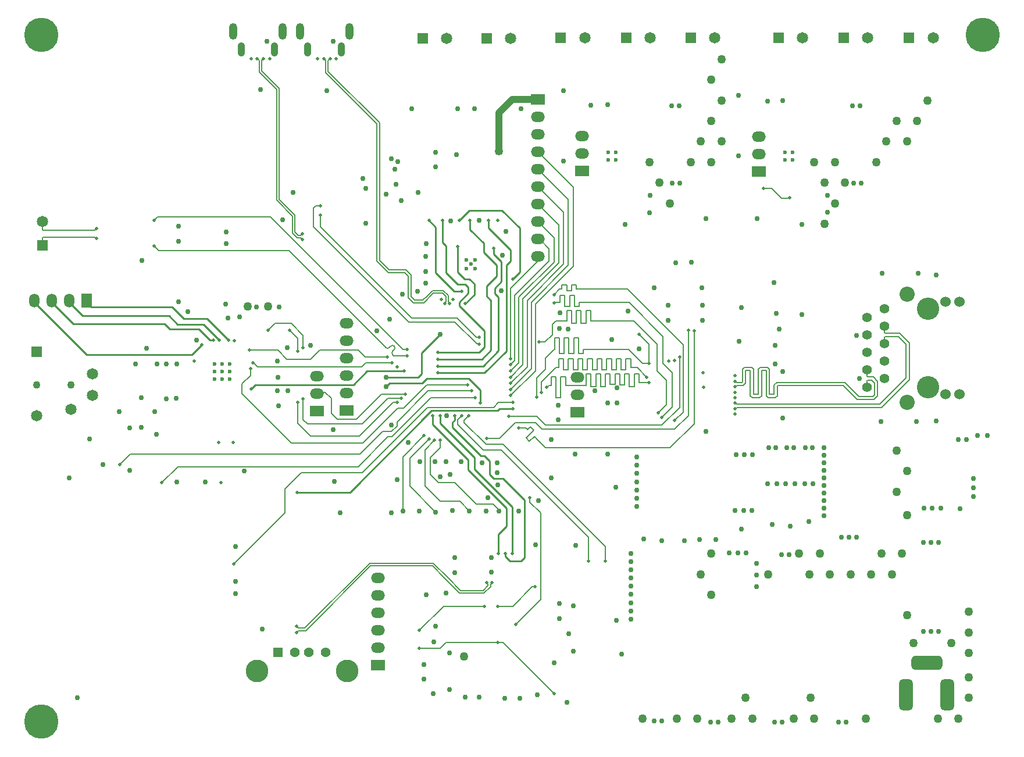
<source format=gbl>
G04*
G04 #@! TF.GenerationSoftware,Altium Limited,Altium Designer,22.4.2 (48)*
G04*
G04 Layer_Physical_Order=4*
G04 Layer_Color=16711680*
%FSLAX25Y25*%
%MOIN*%
G70*
G04*
G04 #@! TF.SameCoordinates,507B7574-AD96-49B3-9928-A38505287C88*
G04*
G04*
G04 #@! TF.FilePolarity,Positive*
G04*
G01*
G75*
%ADD10C,0.00787*%
%ADD14C,0.01000*%
%ADD131C,0.05500*%
%ADD145C,0.00667*%
%ADD146C,0.00500*%
%ADD147C,0.00754*%
%ADD154C,0.00633*%
%ADD155O,0.07874X0.05906*%
%ADD156R,0.07874X0.06299*%
%ADD157C,0.06496*%
%ADD158R,0.06496X0.06496*%
%ADD159R,0.06496X0.06496*%
%ADD160O,0.04724X0.09449*%
%ADD161O,0.04134X0.08268*%
%ADD162O,0.05906X0.07874*%
%ADD163R,0.06299X0.07874*%
%ADD164C,0.12992*%
%ADD165R,0.05622X0.05622*%
%ADD166C,0.05622*%
%ADD167C,0.04331*%
%ADD168C,0.06000*%
%ADD169C,0.12800*%
%ADD170C,0.08700*%
G04:AMPARAMS|DCode=171|XSize=177.17mil|YSize=78.74mil|CornerRadius=19.68mil|HoleSize=0mil|Usage=FLASHONLY|Rotation=90.000|XOffset=0mil|YOffset=0mil|HoleType=Round|Shape=RoundedRectangle|*
%AMROUNDEDRECTD171*
21,1,0.17717,0.03937,0,0,90.0*
21,1,0.13780,0.07874,0,0,90.0*
1,1,0.03937,0.01968,0.06890*
1,1,0.03937,0.01968,-0.06890*
1,1,0.03937,-0.01968,-0.06890*
1,1,0.03937,-0.01968,0.06890*
%
%ADD171ROUNDEDRECTD171*%
G04:AMPARAMS|DCode=172|XSize=177.17mil|YSize=78.74mil|CornerRadius=19.68mil|HoleSize=0mil|Usage=FLASHONLY|Rotation=180.000|XOffset=0mil|YOffset=0mil|HoleType=Round|Shape=RoundedRectangle|*
%AMROUNDEDRECTD172*
21,1,0.17717,0.03937,0,0,180.0*
21,1,0.13780,0.07874,0,0,180.0*
1,1,0.03937,-0.06890,0.01968*
1,1,0.03937,0.06890,0.01968*
1,1,0.03937,0.06890,-0.01968*
1,1,0.03937,-0.06890,-0.01968*
%
%ADD172ROUNDEDRECTD172*%
%ADD173C,0.19685*%
%ADD174C,0.01968*%
%ADD175C,0.02362*%
%ADD176C,0.02953*%
%ADD177C,0.04921*%
%ADD178C,0.05000*%
%ADD199C,0.03937*%
%ADD200C,0.00760*%
D10*
X348901Y328661D02*
G03*
X348901Y326690I986J-986D01*
G01*
X349810Y329570D02*
G03*
X349810Y331541I-986J986D01*
G01*
D02*
G03*
X347839Y331541I-986J-986D01*
G01*
X344959Y330632D02*
G03*
X346930Y330632I986J986D01*
G01*
X289370Y386221D02*
X344681Y330910D01*
X349606Y325984D02*
X353150D01*
X348901Y326690D02*
X349606Y325984D01*
X348901Y326690D02*
X348901Y326690D01*
Y328661D02*
X349810Y329570D01*
X347839Y331541D02*
Y331541D01*
X346930Y330632D02*
X347839Y331541D01*
X344959Y330632D02*
X344959Y330632D01*
X344681Y330910D02*
X344959Y330632D01*
X353150Y325984D02*
X357087D01*
X278740Y405512D02*
X354724Y329528D01*
X212205Y388976D02*
X214961Y386221D01*
X289370D01*
X386221Y286614D02*
X400787Y272047D01*
X411024D01*
X386221Y286614D02*
Y289370D01*
X402362Y275197D02*
X412205D01*
X389764Y287795D02*
Y288976D01*
Y287795D02*
X402362Y275197D01*
X412205D02*
X470882Y216520D01*
X411024Y272047D02*
X461039Y222031D01*
Y208185D02*
Y222031D01*
X470882Y208283D02*
Y216520D01*
X427559Y242126D02*
Y244488D01*
X433858Y186224D02*
Y235827D01*
X427559Y242126D02*
X433858Y235827D01*
X378071Y182402D02*
X401354D01*
X364173Y168504D02*
X378071Y182402D01*
X358661Y251181D02*
Y267323D01*
Y251181D02*
X373622Y236221D01*
X358661Y267323D02*
X369685Y278346D01*
X419598Y171965D02*
X433858Y186224D01*
X329134Y262402D02*
X346260Y279528D01*
X348425D02*
X370866Y301969D01*
X346260Y279528D02*
X348425D01*
X225787Y262402D02*
X329134D01*
X198425Y269685D02*
X330315D01*
X348228Y282480D02*
X351378Y285630D01*
X343110Y282480D02*
X348228D01*
X330315Y269685D02*
X343110Y282480D01*
X192520Y263779D02*
X198425Y269685D01*
X216535Y253150D02*
X225787Y262402D01*
X370866Y301969D02*
X396063D01*
X331496Y259055D02*
X368898Y296457D01*
X406693D01*
X331496Y259055D02*
X331496Y259055D01*
X296457Y259055D02*
X331496D01*
X351378Y285630D02*
Y287992D01*
X369291Y305906D01*
X394094D01*
X287008Y235827D02*
Y249606D01*
X257874Y206693D02*
X287008Y235827D01*
Y249606D02*
X296457Y259055D01*
X409449Y299213D02*
X417717D01*
X406693Y296457D02*
X409449Y299213D01*
X368504Y309449D02*
X391732D01*
X355118Y296063D02*
X368504Y309449D01*
X386221Y289370D02*
X388583Y291732D01*
X389764Y288976D02*
X392520Y291732D01*
X561179Y421892D02*
X566297D01*
X331890Y275984D02*
X351969Y296063D01*
X262598Y304331D02*
X290945Y275984D01*
X331890D01*
X301969Y279921D02*
X329921D01*
X349213Y299213D01*
X351575D01*
X331496Y287008D02*
X346063Y301575D01*
X353937D01*
X300000Y287008D02*
X331496D01*
X351969Y296063D02*
X355118D01*
X384646Y253150D02*
X396850Y240945D01*
X406491D01*
X409842Y237594D01*
Y237008D02*
Y237594D01*
X277559Y340551D02*
X281496Y344488D01*
X290945D02*
X297638Y337795D01*
X281496Y344488D02*
X290945D01*
X297638Y330686D02*
Y337795D01*
X289764Y340551D02*
X294488Y335827D01*
Y328740D02*
Y335827D01*
X307087Y329134D02*
X329134D01*
X301969Y324016D02*
X307087Y329134D01*
X288189Y324016D02*
X301969D01*
X283071Y329134D02*
X288189Y324016D01*
X266929Y329134D02*
X283071D01*
X329134D02*
X333071Y325197D01*
X345669D01*
X294488Y287402D02*
Y299213D01*
Y287402D02*
X301969Y279921D01*
X297638Y289370D02*
X300000Y287008D01*
X297638Y289370D02*
Y301181D01*
X271503Y319685D02*
X331102D01*
X333465Y322047D01*
X269141D02*
X271503Y319685D01*
X317126Y289567D02*
X328150D01*
X342520Y303937D02*
X356299D01*
X328150Y289567D02*
X342520Y303937D01*
X313779Y292913D02*
X317126Y289567D01*
X313779Y292913D02*
Y301575D01*
X430376Y193498D02*
X430398Y193520D01*
X428932Y193498D02*
X430376D01*
X417835Y182402D02*
X428932Y193498D01*
X409228Y182402D02*
X417835D01*
X409244Y161610D02*
X412110D01*
X441339Y132382D01*
X364173Y158268D02*
X375984D01*
X379327Y161610D02*
X409244D01*
X375984Y158268D02*
X379327Y161610D01*
X566297Y421892D02*
X571809Y416380D01*
X576140D01*
X262598Y304331D02*
Y309842D01*
X267323Y314567D02*
Y318504D01*
X262598Y309842D02*
X267323Y314567D01*
X310236Y305118D02*
X313779Y301575D01*
X333465Y322047D02*
X348425D01*
X305512Y305118D02*
X310236D01*
X268898Y322047D02*
X269141D01*
X436614Y286221D02*
X503150D01*
X435433Y287402D02*
X436614Y286221D01*
X503150D02*
X513386Y296457D01*
Y325197D01*
X214173Y405512D02*
X278740D01*
X212205Y403543D02*
X214173Y405512D01*
X354724Y329528D02*
X357087D01*
X375984Y242520D02*
X387402D01*
X367323Y251181D02*
X375984Y242520D01*
X387402D02*
X392913Y237008D01*
X375197Y253150D02*
X384646D01*
X367323Y251181D02*
Y272047D01*
X372835Y277559D01*
X370472Y267717D02*
X375984Y273228D01*
X370472Y257874D02*
Y267717D01*
X375984Y273228D02*
Y277559D01*
X370472Y257874D02*
X375197Y253150D01*
X354724Y268110D02*
X366929Y280315D01*
X354724Y236910D02*
Y268110D01*
X385827Y347638D02*
X396850Y336614D01*
X307470Y400010D02*
X359842Y347638D01*
X385827D01*
X398272Y332830D02*
X398425Y332677D01*
X397091Y332830D02*
X398272D01*
X384646Y345276D02*
X397091Y332830D01*
X358268Y345276D02*
X384646D01*
X303543Y400000D02*
X358268Y345276D01*
X307470Y400010D02*
Y406703D01*
X303543Y410630D02*
X304724Y411811D01*
X303543Y400000D02*
Y410630D01*
X304724Y411811D02*
X307480D01*
X396850Y336614D02*
X398425D01*
D14*
X143622Y356496D02*
X173346Y326772D01*
X233858D02*
X239370Y332283D01*
X173346Y326772D02*
X233858D01*
X324410Y247638D02*
X371260Y294488D01*
X409055D01*
X410236Y295669D01*
X402658Y360138D02*
X405315Y357480D01*
Y329331D02*
Y357480D01*
X400787Y320079D02*
X409563Y328854D01*
X400000Y324016D02*
X405315Y329331D01*
X407382Y361713D02*
X409563Y359531D01*
Y328854D02*
Y359531D01*
X414173Y328740D02*
Y377953D01*
X401575Y316142D02*
X414173Y328740D01*
Y377953D02*
X416535Y380315D01*
X411417Y409449D02*
X421654Y399213D01*
Y374114D02*
Y399213D01*
X392913Y409449D02*
X411417D01*
X403937Y399213D02*
X416535Y386614D01*
Y380315D02*
Y386614D01*
X369685Y403543D02*
X373622Y399606D01*
Y373622D02*
Y399606D01*
X401181Y385152D02*
Y390551D01*
Y385152D02*
X408366Y377967D01*
Y371739D02*
Y377967D01*
X402658Y360138D02*
Y366030D01*
X393307Y398425D02*
X401181Y390551D01*
X406693Y384350D02*
Y387795D01*
X411221Y368602D02*
Y379823D01*
X406693Y384350D02*
X411221Y379823D01*
X402658Y366030D02*
X408366Y371739D01*
X407382Y361713D02*
Y364764D01*
X411221Y368602D01*
X294094Y247638D02*
X324410D01*
X410236Y295669D02*
X417717D01*
X371654Y286614D02*
Y291732D01*
X375984Y287402D02*
Y291732D01*
X399213Y298819D02*
Y306299D01*
X392520Y312992D02*
X399213Y306299D01*
X368504Y312992D02*
X392520D01*
X347244Y310236D02*
X365748D01*
X368504Y312992D01*
X383071Y287664D02*
X384646Y289239D01*
Y291732D01*
X383071Y285039D02*
Y287664D01*
X375984Y287402D02*
X395669Y267717D01*
X371654Y286614D02*
X392126Y266142D01*
X412205Y255512D02*
X424409Y243307D01*
X404331Y257874D02*
X406693Y255512D01*
X412205D01*
X416142Y208268D02*
X422441D01*
X424409Y210236D02*
Y243307D01*
X422441Y208268D02*
X424409Y210236D01*
X413386Y211024D02*
Y212598D01*
Y211024D02*
X416142Y208268D01*
X401575Y268504D02*
X404331Y265748D01*
Y257874D02*
Y265748D01*
X399606Y268504D02*
X401575D01*
X383071Y285039D02*
X399606Y268504D01*
X365354Y315748D02*
Y327658D01*
X376016Y338319D01*
X345276Y308268D02*
X347244Y310236D01*
X417323Y212598D02*
Y239370D01*
X395669Y261024D02*
X417323Y239370D01*
X409449Y223622D02*
X414173Y228346D01*
Y238583D01*
X392126Y260630D02*
X414173Y238583D01*
X395669Y261024D02*
Y267717D01*
X392126Y260630D02*
Y266142D01*
X270079Y309449D02*
X326378D01*
X334252Y317323D01*
X267717Y307087D02*
X270079Y309449D01*
X409449Y212598D02*
Y223622D01*
X398425Y327953D02*
X401575Y331102D01*
X374803Y327953D02*
X398425D01*
X374803Y316142D02*
X401575D01*
X374803Y320079D02*
X400787D01*
X374803Y324016D02*
X400000D01*
X386221Y366929D02*
X390551D01*
X225590Y344094D02*
X240551D01*
X171083Y349035D02*
X220650D01*
X225590Y344094D01*
X153622Y356496D02*
X165689Y344429D01*
X221260Y341453D02*
X237681D01*
X165689Y344429D02*
X218284D01*
X221260Y341453D01*
X222335Y354043D02*
X229134Y347244D01*
X242520D01*
X176272Y354043D02*
X222335D01*
X163622Y356496D02*
X171083Y349035D01*
X240551Y344094D02*
X249606Y335039D01*
X244094D02*
X246063D01*
X237681Y341453D02*
X244094Y335039D01*
X242520Y347244D02*
X254724Y335039D01*
X143622Y356496D02*
Y357480D01*
X153622Y356496D02*
Y357480D01*
X163622Y356496D02*
Y357480D01*
X173622Y356693D02*
Y357480D01*
Y356693D02*
X176272Y354043D01*
X334252Y317323D02*
X355512D01*
X363386Y313779D02*
X365354Y315748D01*
X345276Y313779D02*
X363386D01*
X387008Y356693D02*
X392126Y361811D01*
X387008Y354724D02*
Y356693D01*
Y354724D02*
X401575Y340158D01*
Y331102D02*
Y340158D01*
X392913Y370079D02*
X395669Y367323D01*
Y361024D02*
Y367323D01*
X390158Y370079D02*
X392913D01*
X392126Y361811D02*
Y365354D01*
X390551Y366929D02*
X392126Y365354D01*
X373622Y373622D02*
X384252Y362992D01*
X388583D01*
X403937Y399213D02*
Y403543D01*
X377559Y390945D02*
X379528Y388976D01*
Y373622D02*
Y388976D01*
X377559Y390945D02*
Y403543D01*
X379528Y373622D02*
X386221Y366929D01*
X390551Y355906D02*
X395669Y361024D01*
X386221Y374016D02*
X390158Y370079D01*
X386221Y374016D02*
Y388583D01*
X393307Y398425D02*
Y403543D01*
X387008D02*
X392913Y409449D01*
X417667Y370128D02*
X421654Y374114D01*
D131*
X620866Y307874D02*
D03*
X630866Y312874D02*
D03*
X620866Y317874D02*
D03*
X630866Y322874D02*
D03*
X620866Y327874D02*
D03*
X630866Y332874D02*
D03*
X620866Y337874D02*
D03*
X630866Y342874D02*
D03*
Y352874D02*
D03*
X620866Y347874D02*
D03*
D145*
X569798Y308909D02*
X571211D01*
X569407Y308519D02*
X569798Y308909D01*
X569407Y303083D02*
Y308519D01*
X568314Y301989D02*
X569407Y303083D01*
X564101Y301989D02*
X568314D01*
X563008Y303083D02*
X564101Y301989D01*
X563008Y303083D02*
Y317502D01*
X560341D02*
X563008D01*
X560341Y303083D02*
Y317502D01*
X559248Y301989D02*
X560341Y303083D01*
X555035Y301989D02*
X559248D01*
X553942Y303083D02*
X555035Y301989D01*
X553942Y303083D02*
Y317502D01*
X551275D02*
X553942D01*
X551275Y310393D02*
Y317502D01*
X549791Y308909D02*
X551275Y310393D01*
X548138Y308909D02*
X549791D01*
X571211Y310776D02*
Y310776D01*
X569025Y310776D02*
X571211D01*
X567541Y309292D02*
X569025Y310776D01*
X567541Y303856D02*
Y309292D01*
X564874Y303856D02*
X567541D01*
X564874D02*
Y318275D01*
X563781Y319368D02*
X564874Y318275D01*
X559568Y319368D02*
X563781D01*
X558475Y318275D02*
X559568Y319368D01*
X558475Y303856D02*
Y318275D01*
X555808Y303856D02*
X558475D01*
X555808D02*
Y318275D01*
X554715Y319368D02*
X555808Y318275D01*
X550502Y319368D02*
X554715D01*
X549409Y318275D02*
X550502Y319368D01*
X549409Y311166D02*
Y318275D01*
X549018Y310776D02*
X549409Y311166D01*
X548138Y310776D02*
X549018D01*
X548138D02*
Y310776D01*
X571211Y308909D02*
X607233D01*
X571211Y310776D02*
X608006D01*
X546270Y308909D02*
X548138D01*
X546270Y310776D02*
X548138D01*
X615591Y303190D02*
Y303190D01*
X608006Y310776D02*
X615591Y303190D01*
X624364Y313807D02*
X626968Y311203D01*
Y302971D02*
Y311203D01*
X625102Y303744D02*
Y310430D01*
X621257Y311941D02*
X623591D01*
X625102Y310430D01*
X621257Y313807D02*
X624364D01*
X624114Y302756D02*
X625102Y303744D01*
X624887Y300889D02*
X626968Y302971D01*
X620866Y314198D02*
Y317874D01*
Y314198D02*
X621257Y313807D01*
X620866Y307874D02*
Y311550D01*
X621257Y311941D01*
X615252Y300889D02*
X624887D01*
X616025Y302756D02*
X624114D01*
X615591Y303190D02*
X616025Y302756D01*
X545276Y308268D02*
X545628D01*
X546270Y308909D01*
X545276Y311417D02*
X545628D01*
X546270Y310776D01*
X607233Y308909D02*
X615252Y300889D01*
X631257Y338807D02*
X639623D01*
X630866Y339198D02*
Y342874D01*
X639623Y338807D02*
X645174Y333257D01*
X630866Y339198D02*
X631257Y338807D01*
X645174Y312416D02*
Y333257D01*
X630866Y332874D02*
Y336550D01*
X643307Y313189D02*
Y332484D01*
X638850Y336941D02*
X643307Y332484D01*
X631257Y336941D02*
X638850D01*
X630866Y336550D02*
X631257Y336941D01*
X629069Y296311D02*
X645174Y312416D01*
X628296Y298177D02*
X643307Y313189D01*
X545628Y298819D02*
X546270Y298177D01*
X628296D01*
X545276Y295669D02*
X545628D01*
X545276Y298819D02*
X545628D01*
Y295669D02*
X546270Y296311D01*
X629069D01*
D146*
X148031Y398356D02*
Y402953D01*
X178107Y394063D02*
X178862Y393307D01*
X148325Y394063D02*
X178107D01*
X148031Y393770D02*
X148325Y394063D01*
X148031Y389173D02*
Y393770D01*
X178862Y398819D02*
X179134D01*
X178862Y393307D02*
X179134D01*
X178107Y398063D02*
X178862Y398819D01*
X148325Y398063D02*
X178107D01*
X148031Y398356D02*
X148325Y398063D01*
D147*
X490114Y310630D02*
X490716D01*
X490114D02*
Y315583D01*
X487361D02*
X490114D01*
X487361Y308236D02*
Y315583D01*
X484607Y308236D02*
X487361D01*
X484607D02*
Y315583D01*
X481854D02*
X484607D01*
X481854Y309408D02*
Y315583D01*
X479100Y309408D02*
X481854D01*
X479100D02*
Y315583D01*
X476347D02*
X479100D01*
X476347Y309737D02*
Y315583D01*
X473593Y309737D02*
X476347D01*
X473593D02*
Y315583D01*
X470840D02*
X473593D01*
X470840Y308236D02*
Y315583D01*
X468086Y308236D02*
X470840D01*
X468086D02*
Y315583D01*
X465333D02*
X468086D01*
X465333Y308359D02*
Y315583D01*
X462579Y308359D02*
X465333D01*
X462579D02*
Y315583D01*
X459826D02*
X462579D01*
X459826Y309055D02*
Y315583D01*
X459449Y309055D02*
X459826D01*
X490716Y310630D02*
X495669D01*
X448007Y309055D02*
X450394D01*
X448007D02*
Y313850D01*
X445254D02*
X448007D01*
X445254Y301861D02*
Y313850D01*
X442500Y301861D02*
X445254D01*
X442500D02*
Y313850D01*
X439747D02*
X442500D01*
X439747Y309055D02*
Y313850D01*
X439370Y309055D02*
X439747D01*
X485380Y319235D02*
X488089D01*
X485380D02*
Y324423D01*
X482627D02*
X485380D01*
X482627Y318100D02*
Y324423D01*
X479873Y318100D02*
X482627D01*
X479873D02*
Y324423D01*
X477120D02*
X479873D01*
X477120Y318100D02*
Y324423D01*
X474366Y318100D02*
X477120D01*
X474366D02*
Y324423D01*
X471613D02*
X474366D01*
X471613Y318100D02*
Y324423D01*
X468859Y318100D02*
X471613D01*
X468859D02*
Y324423D01*
X466106D02*
X468859D01*
X466106Y318100D02*
Y324423D01*
X463352Y318100D02*
X466106D01*
X463352D02*
Y324423D01*
X460599D02*
X463352D01*
X460599Y318100D02*
Y324423D01*
X457845Y318100D02*
X460599D01*
X457845D02*
Y324423D01*
X455092D02*
X457845D01*
X455092Y318100D02*
Y324423D01*
X452338Y318100D02*
X455092D01*
X452338D02*
Y324423D01*
X449585D02*
X452338D01*
X449585Y318100D02*
Y324423D01*
X446831Y318100D02*
X449585D01*
X446831D02*
Y324423D01*
X444078D02*
X446831D01*
X444078Y319235D02*
Y324423D01*
X443701Y319235D02*
X444078D01*
X458236Y329528D02*
X459449D01*
X458236Y327321D02*
Y329528D01*
X455483Y327321D02*
X458236D01*
X455483D02*
Y336218D01*
X452729D02*
X455483D01*
X452729Y327321D02*
Y336218D01*
X449976Y327321D02*
X452729D01*
X449976D02*
Y336218D01*
X447222D02*
X449976D01*
X447222Y327321D02*
Y336218D01*
X444469Y327321D02*
X447222D01*
X444469D02*
Y336218D01*
X441715D02*
X444469D01*
X441715Y329528D02*
Y336218D01*
X441339Y329528D02*
X441715D01*
X462454Y346063D02*
X464173D01*
X462454D02*
Y351963D01*
X459701D02*
X462454D01*
X459701Y344590D02*
Y351963D01*
X456947Y344590D02*
X459701D01*
X456947D02*
Y351963D01*
X454194D02*
X456947D01*
X454194Y344590D02*
Y351963D01*
X451440Y344590D02*
X454194D01*
X451440D02*
Y351963D01*
X448687D02*
X451440D01*
X448687Y346063D02*
Y351963D01*
X448310Y346063D02*
X448687D01*
X455879Y356532D02*
X457477D01*
X455879Y354421D02*
Y356532D01*
X453125Y354421D02*
X455879D01*
X453125D02*
Y360602D01*
X450372D02*
X453125D01*
X450372Y354421D02*
Y360602D01*
X447618Y354421D02*
X450372D01*
X447618D02*
Y360602D01*
X444865D02*
X447618D01*
X444865Y356532D02*
Y360602D01*
X444488Y356532D02*
X444865D01*
X454241Y364173D02*
X457154D01*
X454241D02*
Y366523D01*
X451488D02*
X454241D01*
X451488Y363407D02*
Y366523D01*
X448734Y363407D02*
X451488D01*
X448734D02*
Y366523D01*
X445981D02*
X448734D01*
X445981Y364173D02*
Y366523D01*
X445604Y364173D02*
X445981D01*
X431033Y278810D02*
X431299Y278543D01*
X430145Y279698D02*
X431033Y278810D01*
X427312Y276865D02*
X430145Y279698D01*
X425365Y278812D02*
X427312Y276865D01*
X425365Y278812D02*
X429745Y283192D01*
X427798Y285139D02*
X429745Y283192D01*
X426251Y283592D02*
X427798Y285139D01*
X426251Y283592D02*
X426251Y283592D01*
X425984Y283858D02*
X426251Y283592D01*
X450394Y309055D02*
X459449D01*
X444488Y364173D02*
X445604D01*
X457154D02*
X483465D01*
X441339Y361024D02*
X444488Y364173D01*
X483465D02*
X515354Y332283D01*
Y293701D02*
Y332283D01*
X431299Y278543D02*
X436614Y273228D01*
X425197Y284646D02*
X425984Y283858D01*
X457477Y356532D02*
X484413D01*
X441571D02*
X444488D01*
X484413D02*
X503937Y337008D01*
X441339Y356299D02*
X441571Y356532D01*
X459449Y329528D02*
X484252D01*
X436417Y318307D02*
Y324606D01*
X431496Y302362D02*
Y313386D01*
X436417Y318307D01*
Y324606D02*
X441339Y329528D01*
X484252D02*
X492126Y321654D01*
X495669D01*
X442520Y346063D02*
X448310D01*
X464173D02*
X487008D01*
X436221Y333858D02*
X440354Y337992D01*
Y343898D01*
X442520Y346063D01*
X489033Y319235D02*
X494488Y313779D01*
X488089Y319235D02*
X489033D01*
X442463D02*
X443701D01*
X438518Y309055D02*
X439370D01*
X430709Y287795D02*
X434646Y283858D01*
X510630D01*
X518504Y291732D01*
X507874Y273228D02*
X521654Y287008D01*
X436614Y273228D02*
X507874D01*
X521654Y287008D02*
Y340158D01*
X421260Y284646D02*
X425197D01*
X434252Y305118D02*
Y311024D01*
X442463Y319235D01*
X437008Y307874D02*
X437337D01*
X438518Y309055D01*
X441339Y379730D02*
Y393779D01*
X421260Y359651D02*
X441339Y379730D01*
X425984Y357695D02*
X446850Y378561D01*
X425984Y319685D02*
Y357695D01*
X423622Y358673D02*
X444095Y379145D01*
X446850Y378561D02*
Y408268D01*
X438583Y380315D02*
Y387402D01*
X430709Y317323D02*
Y355738D01*
X452362Y377391D01*
X444095Y379145D02*
Y401024D01*
X449606Y377976D02*
Y415512D01*
X421260Y322047D02*
Y359651D01*
X418898Y323228D02*
Y360630D01*
X452362Y377391D02*
Y422756D01*
X418898Y360630D02*
X438583Y380315D01*
X428346Y318504D02*
Y356716D01*
X449606Y377976D01*
X423622Y320866D02*
Y358673D01*
X432283Y442835D02*
X452362Y422756D01*
X432283Y432835D02*
X449606Y415512D01*
X432283Y422835D02*
X446850Y408268D01*
X432283Y412835D02*
X444095Y401024D01*
X432283Y402835D02*
X441339Y393779D01*
X433150Y392835D02*
X438583Y387402D01*
X432283Y392835D02*
X433150D01*
X416535Y324410D02*
Y364567D01*
Y320866D02*
X418898Y323228D01*
X416535Y317323D02*
X421260Y322047D01*
X416535Y303150D02*
X430709Y317323D01*
X416535Y306693D02*
X428346Y318504D01*
X416535Y310236D02*
X425984Y319685D01*
X416535Y313779D02*
X423622Y320866D01*
X432283Y380315D02*
Y382835D01*
X416535Y364567D02*
X432283Y380315D01*
X487008Y346063D02*
X500394Y332677D01*
X432677Y333858D02*
X436221D01*
X503937Y321654D02*
Y337008D01*
X410236Y278740D02*
X419291Y287795D01*
X402756Y278740D02*
X410236D01*
X419291Y287795D02*
X430709D01*
X503150Y290551D02*
X509269Y296671D01*
Y316322D01*
X503937Y321654D02*
X509269Y316322D01*
X518504Y291732D02*
Y340551D01*
X505905Y298031D02*
Y311811D01*
X501181Y293307D02*
X505905Y298031D01*
X510630Y288976D02*
X515354Y293701D01*
X490158Y338189D02*
X495669Y332677D01*
Y321654D02*
Y332677D01*
X500394Y317323D02*
X505905Y311811D01*
X500394Y317323D02*
Y332677D01*
D154*
X357918Y359365D02*
Y369796D01*
X368702Y360432D02*
X371656Y363386D01*
X359338Y369796D02*
Y372158D01*
X357918Y369796D02*
Y371569D01*
X311931Y488857D02*
X341317Y459470D01*
X310510Y488268D02*
X339897Y458882D01*
Y380184D02*
Y458882D01*
X359338Y359953D02*
Y369796D01*
X341317Y380772D02*
Y459470D01*
X339897Y380184D02*
X346348Y373733D01*
X366144Y357874D02*
X368702Y360432D01*
X341317Y380772D02*
X346936Y375153D01*
X405905Y195889D02*
Y196063D01*
X405041Y195024D02*
X405905Y195889D01*
X405041Y193665D02*
Y195024D01*
X378948Y198217D02*
X387247Y189918D01*
X401295D02*
X405041Y193665D01*
X387247Y189918D02*
X401295D01*
X336261Y205512D02*
X371654D01*
X299133Y168384D02*
X336261Y205512D01*
X378948Y198217D02*
Y198217D01*
X371654Y205512D02*
X378948Y198217D01*
X294762Y168384D02*
X299133D01*
X293701Y167323D02*
X294762Y168384D01*
X403620Y194253D02*
Y195024D01*
X402756Y195889D02*
Y196063D01*
Y195889D02*
X403620Y195024D01*
X400706Y191339D02*
X403620Y194253D01*
X380369Y198805D02*
X387836Y191339D01*
X400706D01*
X372242Y206932D02*
X380369Y198805D01*
X335672Y206932D02*
X372242D01*
X380369Y198805D02*
Y198805D01*
X293701Y170866D02*
X294762Y169805D01*
X298545D02*
X335672Y206932D01*
X294762Y169805D02*
X298545D01*
X274803Y496360D02*
Y496457D01*
X273861Y489131D02*
X283858Y479134D01*
X273861Y489131D02*
Y495418D01*
X271260Y496427D02*
X272441Y495246D01*
Y488543D02*
X282438Y478546D01*
X271260Y496427D02*
Y496457D01*
X272441Y488543D02*
Y495246D01*
X273861Y495418D02*
X274803Y496360D01*
X283858Y415748D02*
Y479134D01*
X282438Y415160D02*
Y478546D01*
Y415160D02*
X291493Y406105D01*
X283858Y415748D02*
X292913Y406693D01*
X291493Y396262D02*
Y406105D01*
X292913Y396850D02*
Y406693D01*
X294762Y395002D02*
X296183D01*
X297244Y396063D01*
X291493Y396262D02*
X294174Y393581D01*
X292913Y396850D02*
X294762Y395002D01*
X294174Y393581D02*
X296183D01*
X297244Y392520D01*
X361417Y357874D02*
X366144D01*
X357918Y359365D02*
X360829Y356454D01*
X366732D01*
X359338Y359953D02*
X361417Y357874D01*
X366732Y356454D02*
X372244Y361965D01*
X377364D01*
X379408Y359922D01*
X377953Y363386D02*
X380828Y360510D01*
X371656Y363386D02*
X377953D01*
X379408Y356935D02*
Y359922D01*
X380828Y356935D02*
Y360510D01*
X346348Y373733D02*
X355755D01*
X346936Y375153D02*
X356343D01*
X355755Y373733D02*
X357918Y371569D01*
X356343Y375153D02*
X359338Y372158D01*
X310510Y488268D02*
Y495395D01*
X378740Y356267D02*
X379408Y356935D01*
X378740Y355906D02*
Y356267D01*
X309449Y496457D02*
X310510Y495395D01*
X311931Y488857D02*
Y495395D01*
X381496Y355906D02*
Y356267D01*
X380828Y356935D02*
X381496Y356267D01*
X311931Y495395D02*
X312992Y496457D01*
D155*
X432283Y462835D02*
D03*
Y452835D02*
D03*
Y442835D02*
D03*
Y432835D02*
D03*
Y422835D02*
D03*
Y412835D02*
D03*
Y402835D02*
D03*
Y392835D02*
D03*
Y382835D02*
D03*
X322358Y334575D02*
D03*
Y344575D02*
D03*
Y314575D02*
D03*
Y304575D02*
D03*
Y324575D02*
D03*
X340551Y188740D02*
D03*
Y198740D02*
D03*
Y168740D02*
D03*
Y158740D02*
D03*
Y178740D02*
D03*
X454724Y313543D02*
D03*
Y303543D02*
D03*
X305512Y314331D02*
D03*
Y304331D02*
D03*
X558661Y451732D02*
D03*
Y441732D02*
D03*
X457480Y451968D02*
D03*
Y441968D02*
D03*
D156*
X432283Y472835D02*
D03*
X322358Y294575D02*
D03*
X340551Y148740D02*
D03*
X454724Y293543D02*
D03*
X305512Y294331D02*
D03*
X558661Y431732D02*
D03*
X457480Y431968D02*
D03*
D157*
X621260Y508268D02*
D03*
X658661D02*
D03*
X583858D02*
D03*
X496457D02*
D03*
X533465D02*
D03*
X459055D02*
D03*
X148031Y402953D02*
D03*
X379921Y507874D02*
D03*
X416535D02*
D03*
X164567Y295276D02*
D03*
X176772Y315748D02*
D03*
X144882Y291732D02*
D03*
X176772Y303150D02*
D03*
D158*
X607480Y508268D02*
D03*
X644882D02*
D03*
X570079D02*
D03*
X482677D02*
D03*
X519685D02*
D03*
X445276D02*
D03*
X366142Y507874D02*
D03*
X402756D02*
D03*
X144882Y328346D02*
D03*
D159*
X148031Y389173D02*
D03*
D160*
X257480Y512008D02*
D03*
X285827D02*
D03*
X295669D02*
D03*
X324016D02*
D03*
D161*
X262008Y501575D02*
D03*
X281299D02*
D03*
X300197D02*
D03*
X319488D02*
D03*
D162*
X153622Y357480D02*
D03*
X163622D02*
D03*
X143622D02*
D03*
D163*
X173622D02*
D03*
D164*
X322716Y145276D02*
D03*
X270984D02*
D03*
D165*
X283071Y155945D02*
D03*
D166*
X292913D02*
D03*
X300787D02*
D03*
X310630D02*
D03*
D167*
X144882Y309449D02*
D03*
X164567D02*
D03*
D168*
X673858Y303898D02*
D03*
X665866D02*
D03*
Y356850D02*
D03*
X673858D02*
D03*
D169*
X655866Y307874D02*
D03*
Y352874D02*
D03*
D170*
X643858Y299370D02*
D03*
Y361378D02*
D03*
D171*
X666929Y131496D02*
D03*
X643307D02*
D03*
D172*
X655118Y150000D02*
D03*
D173*
X147638Y116142D02*
D03*
Y509842D02*
D03*
X687008D02*
D03*
D174*
X545276Y298819D02*
D03*
Y295669D02*
D03*
Y311417D02*
D03*
Y308268D02*
D03*
X179134Y398819D02*
D03*
Y393307D02*
D03*
X437008Y307874D02*
D03*
X434252Y305118D02*
D03*
X431496Y302362D02*
D03*
X441339Y356299D02*
D03*
Y361024D02*
D03*
X416535Y324410D02*
D03*
Y320866D02*
D03*
Y317323D02*
D03*
Y303150D02*
D03*
Y306693D02*
D03*
Y310236D02*
D03*
Y313779D02*
D03*
X432677Y333858D02*
D03*
X364173Y168504D02*
D03*
X249213Y276378D02*
D03*
X257480D02*
D03*
X212205Y388976D02*
D03*
X235039Y322835D02*
D03*
X216535Y253150D02*
D03*
X294094Y247638D02*
D03*
X250394Y253150D02*
D03*
X371654Y291732D02*
D03*
X375984D02*
D03*
X417717Y295669D02*
D03*
X394094Y305906D02*
D03*
X399213Y298819D02*
D03*
X391732Y309449D02*
D03*
X396063Y301969D02*
D03*
X384646Y291732D02*
D03*
X388583D02*
D03*
X392520D02*
D03*
X427559Y244488D02*
D03*
X402756Y278740D02*
D03*
X294488Y328740D02*
D03*
X297638Y330686D02*
D03*
X294488Y299213D02*
D03*
X297638Y301181D02*
D03*
X277559Y340551D02*
D03*
X409449Y212598D02*
D03*
X413386D02*
D03*
X374803Y316142D02*
D03*
Y320079D02*
D03*
Y324016D02*
D03*
Y327953D02*
D03*
X417323Y212598D02*
D03*
X461039Y208185D02*
D03*
X409228Y182402D02*
D03*
X470882Y208283D02*
D03*
X405905Y196063D02*
D03*
X402756D02*
D03*
X293701Y170866D02*
D03*
X293701Y167323D02*
D03*
X401354Y182402D02*
D03*
X419598Y171965D02*
D03*
X441339Y132382D02*
D03*
X409244Y161610D02*
D03*
X364173Y158268D02*
D03*
X430398Y193520D02*
D03*
X239370Y332283D02*
D03*
X192520Y263779D02*
D03*
X351575Y319685D02*
D03*
X345669Y325197D02*
D03*
X348425Y322047D02*
D03*
X267717Y307087D02*
D03*
X355512Y317323D02*
D03*
X351575Y299213D02*
D03*
X353937Y301575D02*
D03*
X356299Y303937D02*
D03*
X415354Y291339D02*
D03*
X503150Y290551D02*
D03*
X501181Y293307D02*
D03*
X513386Y325197D02*
D03*
X510630Y323228D02*
D03*
X507087Y322835D02*
D03*
X212205Y403543D02*
D03*
X357087Y325984D02*
D03*
Y329528D02*
D03*
X375984Y277559D02*
D03*
X372835D02*
D03*
X369685Y278346D02*
D03*
X366929Y280315D02*
D03*
X289764Y340551D02*
D03*
X258268Y334646D02*
D03*
X254724Y335039D02*
D03*
X249606D02*
D03*
X246063D02*
D03*
X268898Y322047D02*
D03*
X267323Y318504D02*
D03*
X266929Y329134D02*
D03*
X398425Y332677D02*
D03*
Y336614D02*
D03*
X307470Y406703D02*
D03*
X307480Y411811D02*
D03*
X297244Y392520D02*
D03*
Y396063D02*
D03*
X378740Y355906D02*
D03*
X309449Y496457D02*
D03*
X381496Y355906D02*
D03*
X312992Y496457D02*
D03*
X383465Y358268D02*
D03*
X376772D02*
D03*
X305906Y496457D02*
D03*
X316535D02*
D03*
X267717D02*
D03*
X278346D02*
D03*
X274803D02*
D03*
X271260D02*
D03*
X406693Y387795D02*
D03*
X388583Y362992D02*
D03*
X390551Y355906D02*
D03*
X369685Y403543D02*
D03*
X377559Y403543D02*
D03*
X409055D02*
D03*
X403937D02*
D03*
X387008D02*
D03*
X393307D02*
D03*
X417667Y370128D02*
D03*
X561417Y422047D02*
D03*
X576378Y416535D02*
D03*
X257874Y206693D02*
D03*
X417717Y299213D02*
D03*
X545276Y292520D02*
D03*
Y301969D02*
D03*
Y305118D02*
D03*
Y314567D02*
D03*
X386221Y388583D02*
D03*
X518504Y340551D02*
D03*
X521654Y340158D02*
D03*
X490158Y338189D02*
D03*
X495669Y310630D02*
D03*
X510630Y288976D02*
D03*
X495669Y321654D02*
D03*
X494488Y313779D02*
D03*
X421260Y284646D02*
D03*
X527165Y307874D02*
D03*
X526772Y316142D02*
D03*
D175*
X255512Y321260D02*
D03*
Y316929D02*
D03*
Y312598D02*
D03*
X251181Y321260D02*
D03*
Y316929D02*
D03*
Y312598D02*
D03*
X246850Y321260D02*
D03*
Y316929D02*
D03*
Y312598D02*
D03*
X573819Y438386D02*
D03*
Y442717D02*
D03*
X578150Y438386D02*
D03*
Y442717D02*
D03*
X476968D02*
D03*
Y438386D02*
D03*
X472638Y442717D02*
D03*
Y438386D02*
D03*
X393701Y378543D02*
D03*
X391142Y381102D02*
D03*
X396260D02*
D03*
Y375984D02*
D03*
X391142D02*
D03*
D176*
X224803Y301575D02*
D03*
X219291Y301181D02*
D03*
X283071Y313779D02*
D03*
X204724Y285039D02*
D03*
X566535Y229134D02*
D03*
X204724Y301969D02*
D03*
X446850Y477953D02*
D03*
Y437795D02*
D03*
X444882Y350787D02*
D03*
X368110Y188976D02*
D03*
X301870Y331890D02*
D03*
X314961Y283465D02*
D03*
X589370Y273228D02*
D03*
X585433D02*
D03*
X578740D02*
D03*
X574803D02*
D03*
X568504D02*
D03*
X564567D02*
D03*
X689764Y280315D02*
D03*
X684252D02*
D03*
X677953Y277953D02*
D03*
X673228D02*
D03*
X373622Y236221D02*
D03*
X375984Y256693D02*
D03*
X385433Y441339D02*
D03*
X382283Y403150D02*
D03*
X472047Y298819D02*
D03*
X498819Y364961D02*
D03*
X547244Y440650D02*
D03*
X568898Y350394D02*
D03*
X570472Y341339D02*
D03*
X568110Y331890D02*
D03*
X477559Y298819D02*
D03*
Y307480D02*
D03*
X490158Y329921D02*
D03*
X225984Y400394D02*
D03*
Y391732D02*
D03*
X674016Y238189D02*
D03*
X503150Y220079D02*
D03*
X516142D02*
D03*
X207874Y330315D02*
D03*
X201575Y321260D02*
D03*
X585039Y252756D02*
D03*
X163386Y255906D02*
D03*
X168110Y129921D02*
D03*
X219291Y321260D02*
D03*
X363386Y419685D02*
D03*
X353937Y414961D02*
D03*
X285827Y403937D02*
D03*
X276772Y506299D02*
D03*
X314961D02*
D03*
X333465Y422047D02*
D03*
X288976Y305906D02*
D03*
X492913Y220866D02*
D03*
X524803Y220472D02*
D03*
X534252D02*
D03*
X583465Y401181D02*
D03*
X482283D02*
D03*
X282677Y305906D02*
D03*
X508661Y469291D02*
D03*
X512992Y469291D02*
D03*
X513386Y424803D02*
D03*
X509055Y424803D02*
D03*
X612598Y469291D02*
D03*
X616929Y469291D02*
D03*
X617323Y424803D02*
D03*
X612992Y424803D02*
D03*
X236614Y335039D02*
D03*
X225197Y321260D02*
D03*
X225984Y357087D02*
D03*
X368110Y390158D02*
D03*
X503150Y116732D02*
D03*
X498819Y116732D02*
D03*
X535433Y115945D02*
D03*
X531102Y115945D02*
D03*
X608661Y115945D02*
D03*
X604331Y115945D02*
D03*
X567717D02*
D03*
X572047Y115945D02*
D03*
X506693Y346457D02*
D03*
Y355118D02*
D03*
X526378D02*
D03*
X548819Y353543D02*
D03*
X547638Y334252D02*
D03*
X568110Y321260D02*
D03*
X596282Y264609D02*
D03*
X596282Y268940D02*
D03*
X596282Y273271D02*
D03*
X555118Y269291D02*
D03*
X550394D02*
D03*
X545669D02*
D03*
X653543Y238583D02*
D03*
X681890Y255512D02*
D03*
Y245276D02*
D03*
X658268Y238583D02*
D03*
X662992D02*
D03*
X576772Y228346D02*
D03*
X587402Y231102D02*
D03*
X596063Y234252D02*
D03*
X596063Y242913D02*
D03*
X596063Y238583D02*
D03*
X554724Y237402D02*
D03*
X550000Y237256D02*
D03*
X545276D02*
D03*
X548819Y226772D02*
D03*
X596063Y247244D02*
D03*
X589764Y252756D02*
D03*
X563779D02*
D03*
X574016D02*
D03*
X579528D02*
D03*
X569291D02*
D03*
X596063Y255906D02*
D03*
X596063Y260236D02*
D03*
Y251575D02*
D03*
X488791Y258465D02*
D03*
Y263189D02*
D03*
X488937Y267913D02*
D03*
Y239567D02*
D03*
X488791Y244291D02*
D03*
Y249016D02*
D03*
X488937Y253740D02*
D03*
X557480Y200394D02*
D03*
X485591Y175000D02*
D03*
X485445Y179724D02*
D03*
Y184449D02*
D03*
X485591Y189173D02*
D03*
X485445Y193898D02*
D03*
Y198622D02*
D03*
X485591Y203346D02*
D03*
X485445Y208071D02*
D03*
Y212795D02*
D03*
X541929Y212835D02*
D03*
X546654Y212980D02*
D03*
X551378D02*
D03*
X681890Y250394D02*
D03*
X610630Y221850D02*
D03*
X614961Y221850D02*
D03*
X606299D02*
D03*
X657480Y219094D02*
D03*
X661811Y219094D02*
D03*
X653150D02*
D03*
X575984Y211811D02*
D03*
X571654D02*
D03*
X557480Y207087D02*
D03*
Y193701D02*
D03*
X430709Y217717D02*
D03*
X453937Y217323D02*
D03*
X213779Y321260D02*
D03*
X614961Y337795D02*
D03*
X616535Y312992D02*
D03*
X213386Y281102D02*
D03*
X198031Y260236D02*
D03*
Y284744D02*
D03*
X263779Y259842D02*
D03*
X357874Y276378D02*
D03*
X411024Y363386D02*
D03*
X403543Y244488D02*
D03*
X409842Y237008D02*
D03*
X288583Y330709D02*
D03*
X282677Y322835D02*
D03*
X439764Y277953D02*
D03*
X274016Y169291D02*
D03*
X441339Y150000D02*
D03*
X381496Y155512D02*
D03*
X372441Y161811D02*
D03*
X572441Y472441D02*
D03*
X563779Y472047D02*
D03*
X598032Y408268D02*
D03*
X462598Y469685D02*
D03*
X472047Y470079D02*
D03*
X175197Y278346D02*
D03*
X345276Y313779D02*
D03*
X443701Y289435D02*
D03*
X661811Y168110D02*
D03*
X653150D02*
D03*
X657480Y168110D02*
D03*
X405425Y201886D02*
D03*
X364173Y236811D02*
D03*
X383071Y237205D02*
D03*
X402362Y236909D02*
D03*
X421260Y237008D02*
D03*
X392913Y237008D02*
D03*
X354724Y236910D02*
D03*
X270866Y354035D02*
D03*
X311221Y477953D02*
D03*
X273031Y478543D02*
D03*
X398425Y403543D02*
D03*
X367717Y367717D02*
D03*
X464961Y305906D02*
D03*
X449472Y341339D02*
D03*
X496063Y407874D02*
D03*
X496457Y418110D02*
D03*
X598032D02*
D03*
X318701Y236024D02*
D03*
X351575Y255020D02*
D03*
X364567Y265354D02*
D03*
X345276Y308268D02*
D03*
X348031Y286221D02*
D03*
X526378Y346457D02*
D03*
X567323Y368012D02*
D03*
X583465Y349606D02*
D03*
X421654Y129528D02*
D03*
X412992D02*
D03*
X384646Y201575D02*
D03*
Y210236D02*
D03*
X405512D02*
D03*
X261024Y348425D02*
D03*
X254331Y347638D02*
D03*
X253150Y355512D02*
D03*
X347244Y346850D02*
D03*
X367717Y374410D02*
D03*
Y383071D02*
D03*
X413779Y397244D02*
D03*
X443701Y297638D02*
D03*
X379953Y291665D02*
D03*
X376016Y338319D02*
D03*
X557874Y404724D02*
D03*
X528346D02*
D03*
X572441Y290158D02*
D03*
Y316929D02*
D03*
X408661Y264567D02*
D03*
X400000D02*
D03*
X408661Y259055D02*
D03*
X432579Y242913D02*
D03*
X452362Y156693D02*
D03*
X258661Y216535D02*
D03*
Y189764D02*
D03*
X258858Y196732D02*
D03*
X283465Y297244D02*
D03*
X362992Y362992D02*
D03*
X444488Y175197D02*
D03*
Y183858D02*
D03*
X205118Y380709D02*
D03*
X253543Y396850D02*
D03*
Y390158D02*
D03*
X291959Y419471D02*
D03*
X333465Y401968D02*
D03*
X345276Y418504D02*
D03*
X331890Y427658D02*
D03*
X348031Y438976D02*
D03*
X351969Y437402D02*
D03*
X350000Y433071D02*
D03*
X350787Y424409D02*
D03*
X373622Y434252D02*
D03*
Y442520D02*
D03*
X359842Y467717D02*
D03*
X386221D02*
D03*
X395669Y467717D02*
D03*
X422441D02*
D03*
X547244Y475295D02*
D03*
X411811Y383563D02*
D03*
X649213Y288189D02*
D03*
X628740D02*
D03*
X660532Y288583D02*
D03*
X660335Y372441D02*
D03*
X650000Y373228D02*
D03*
X629528D02*
D03*
X453543Y269685D02*
D03*
X439764Y255906D02*
D03*
X472244Y269488D02*
D03*
X476772Y250787D02*
D03*
X480315Y155118D02*
D03*
X477165Y174409D02*
D03*
X452362Y182677D02*
D03*
X449705Y166535D02*
D03*
X448819Y127165D02*
D03*
X431890Y131595D02*
D03*
X372047Y132283D02*
D03*
X366929Y148819D02*
D03*
Y140551D02*
D03*
X381496Y134646D02*
D03*
X398425Y130315D02*
D03*
X390551Y130413D02*
D03*
X373622Y170866D02*
D03*
X379528Y190059D02*
D03*
X241339Y253543D02*
D03*
X225197D02*
D03*
X182677Y263779D02*
D03*
X212598Y294094D02*
D03*
X192126D02*
D03*
X231496Y351181D02*
D03*
X283858Y354035D02*
D03*
X339779Y340244D02*
D03*
X348228Y236024D02*
D03*
X315354Y253937D02*
D03*
X381890Y257874D02*
D03*
X409055Y251969D02*
D03*
X373228Y265354D02*
D03*
X379528D02*
D03*
X388189D02*
D03*
X528445Y282677D02*
D03*
X525984Y364961D02*
D03*
X520079Y379528D02*
D03*
X511122Y379331D02*
D03*
X483858Y351673D02*
D03*
X474409Y335138D02*
D03*
X444488Y341732D02*
D03*
X354331Y361417D02*
D03*
D177*
X409842Y443307D02*
D03*
D178*
X679134Y141732D02*
D03*
X669291Y161417D02*
D03*
X679134Y179134D02*
D03*
Y167323D02*
D03*
Y155512D02*
D03*
X620079Y118110D02*
D03*
X588583Y129921D02*
D03*
X551181D02*
D03*
X492126Y118110D02*
D03*
X511811D02*
D03*
X523622D02*
D03*
X647638Y161417D02*
D03*
X673228Y118110D02*
D03*
X679134Y129921D02*
D03*
X655512Y472441D02*
D03*
X649606Y460630D02*
D03*
X637795D02*
D03*
X643701Y448819D02*
D03*
X631890D02*
D03*
X625984Y437008D02*
D03*
X602362D02*
D03*
X608267Y425197D02*
D03*
X602362Y413386D02*
D03*
X590551Y437008D02*
D03*
X596456Y425197D02*
D03*
Y401575D02*
D03*
X537401Y496063D02*
D03*
X531496Y484252D02*
D03*
X537401Y472441D02*
D03*
X531496Y460630D02*
D03*
X537401Y448819D02*
D03*
X531496Y437008D02*
D03*
X525590Y448819D02*
D03*
X519685Y437008D02*
D03*
X507874Y413386D02*
D03*
X496063Y437008D02*
D03*
X501968Y425197D02*
D03*
X640945Y212598D02*
D03*
X635039Y200787D02*
D03*
X629134Y212598D02*
D03*
X623228Y200787D02*
D03*
X611417D02*
D03*
X599606D02*
D03*
X593701Y212598D02*
D03*
X587795Y200787D02*
D03*
X581890Y212598D02*
D03*
X564173Y200787D02*
D03*
X643701Y234646D02*
D03*
X637795Y271654D02*
D03*
X643701Y259842D02*
D03*
X637795Y248031D02*
D03*
X389764Y153543D02*
D03*
X277559Y354331D02*
D03*
X265748D02*
D03*
X661417Y118110D02*
D03*
X643701Y177165D02*
D03*
X590551Y118110D02*
D03*
X578740D02*
D03*
X555118D02*
D03*
X543307D02*
D03*
X531496Y212598D02*
D03*
Y188976D02*
D03*
X525590Y200787D02*
D03*
D199*
X409842Y443307D02*
Y465354D01*
X417323Y472835D01*
X432283D01*
D200*
X415354Y291339D02*
X431496D01*
X435433Y287402D01*
M02*

</source>
